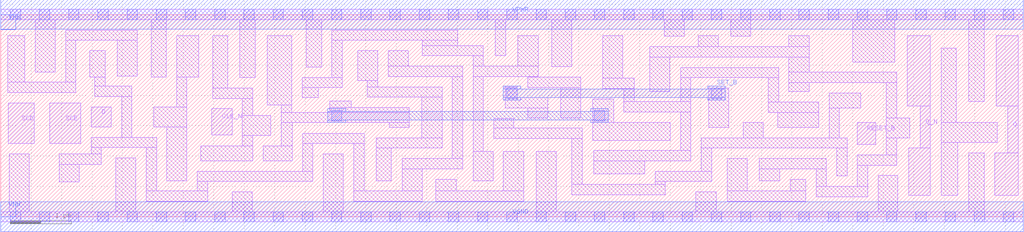
<source format=lef>
# Copyright 2020 The SkyWater PDK Authors
#
# Licensed under the Apache License, Version 2.0 (the "License");
# you may not use this file except in compliance with the License.
# You may obtain a copy of the License at
#
#     https://www.apache.org/licenses/LICENSE-2.0
#
# Unless required by applicable law or agreed to in writing, software
# distributed under the License is distributed on an "AS IS" BASIS,
# WITHOUT WARRANTIES OR CONDITIONS OF ANY KIND, either express or implied.
# See the License for the specific language governing permissions and
# limitations under the License.
#
# SPDX-License-Identifier: Apache-2.0

VERSION 5.5 ;
NAMESCASESENSITIVE ON ;
BUSBITCHARS "[]" ;
DIVIDERCHAR "/" ;
MACRO sky130_fd_sc_ms__sdfbbn_1
  CLASS CORE ;
  SOURCE USER ;
  ORIGIN  0.000000  0.000000 ;
  SIZE  16.80000 BY  3.330000 ;
  SYMMETRY X Y ;
  SITE unit ;
  PIN D
    ANTENNAGATEAREA  0.159000 ;
    DIRECTION INPUT ;
    USE SIGNAL ;
    PORT
      LAYER li1 ;
        RECT 1.485000 1.480000 1.815000 1.810000 ;
    END
  END D
  PIN Q
    ANTENNADIFFAREA  0.541300 ;
    DIRECTION OUTPUT ;
    USE SIGNAL ;
    PORT
      LAYER li1 ;
        RECT 16.335000 0.350000 16.715000 1.050000 ;
        RECT 16.355000 1.820000 16.715000 2.980000 ;
        RECT 16.545000 1.050000 16.715000 1.820000 ;
    END
  END Q
  PIN Q_N
    ANTENNADIFFAREA  0.541300 ;
    DIRECTION OUTPUT ;
    USE SIGNAL ;
    PORT
      LAYER li1 ;
        RECT 14.890000 1.820000 15.275000 2.980000 ;
        RECT 14.915000 0.350000 15.275000 1.130000 ;
        RECT 15.105000 1.130000 15.275000 1.820000 ;
    END
  END Q_N
  PIN RESET_B
    ANTENNAGATEAREA  0.159000 ;
    DIRECTION INPUT ;
    USE SIGNAL ;
    PORT
      LAYER li1 ;
        RECT 14.075000 1.190000 14.380000 1.550000 ;
    END
  END RESET_B
  PIN SCD
    ANTENNAGATEAREA  0.159000 ;
    DIRECTION INPUT ;
    USE SIGNAL ;
    PORT
      LAYER li1 ;
        RECT 0.125000 1.205000 0.550000 1.875000 ;
    END
  END SCD
  PIN SCE
    ANTENNAGATEAREA  0.318000 ;
    DIRECTION INPUT ;
    USE SIGNAL ;
    PORT
      LAYER li1 ;
        RECT 0.805000 1.205000 1.315000 1.875000 ;
    END
  END SCE
  PIN SET_B
    ANTENNAPARTIALMETALSIDEAREA  2.541000 ;
    DIRECTION INPUT ;
    USE SIGNAL ;
    PORT
      LAYER met1 ;
        RECT  8.255000 1.920000  8.545000 1.965000 ;
        RECT  8.255000 1.965000 11.905000 2.105000 ;
        RECT  8.255000 2.105000  8.545000 2.150000 ;
        RECT 11.615000 1.920000 11.905000 1.965000 ;
        RECT 11.615000 2.105000 11.905000 2.150000 ;
    END
  END SET_B
  PIN CLK_N
    ANTENNAGATEAREA  0.279000 ;
    DIRECTION INPUT ;
    USE CLOCK ;
    PORT
      LAYER li1 ;
        RECT 3.470000 1.350000 3.800000 1.780000 ;
    END
  END CLK_N
  PIN VGND
    DIRECTION INOUT ;
    USE GROUND ;
    PORT
      LAYER met1 ;
        RECT 0.000000 -0.245000 16.800000 0.245000 ;
    END
  END VGND
  PIN VNB
    DIRECTION INOUT ;
    USE GROUND ;
    PORT
      LAYER met1 ;
        RECT 0.000000 0.000000 0.250000 0.250000 ;
    END
  END VNB
  PIN VPB
    DIRECTION INOUT ;
    USE POWER ;
    PORT
      LAYER met1 ;
        RECT 0.000000 3.080000 0.250000 3.330000 ;
    END
  END VPB
  PIN VPWR
    DIRECTION INOUT ;
    USE POWER ;
    PORT
      LAYER met1 ;
        RECT 0.000000 3.085000 16.800000 3.575000 ;
    END
  END VPWR
  OBS
    LAYER li1 ;
      RECT  0.000000 -0.085000 16.800000 0.085000 ;
      RECT  0.000000  3.245000 16.800000 3.415000 ;
      RECT  0.115000  2.045000  1.235000 2.215000 ;
      RECT  0.115000  2.215000  0.395000 2.980000 ;
      RECT  0.140000  0.085000  0.470000 1.035000 ;
      RECT  0.565000  2.385000  0.895000 3.245000 ;
      RECT  0.960000  0.575000  1.290000 0.865000 ;
      RECT  0.960000  0.865000  1.655000 1.035000 ;
      RECT  1.065000  2.215000  1.235000 2.905000 ;
      RECT  1.065000  2.905000  2.245000 3.075000 ;
      RECT  1.465000  2.300000  1.715000 2.735000 ;
      RECT  1.485000  1.035000  1.655000 1.140000 ;
      RECT  1.485000  1.140000  2.560000 1.310000 ;
      RECT  1.545000  1.980000  2.155000 2.150000 ;
      RECT  1.545000  2.150000  1.715000 2.300000 ;
      RECT  1.890000  0.085000  2.220000 0.970000 ;
      RECT  1.915000  2.320000  2.245000 2.905000 ;
      RECT  1.985000  1.310000  2.155000 1.980000 ;
      RECT  2.390000  0.255000  3.400000 0.425000 ;
      RECT  2.390000  0.425000  2.560000 1.140000 ;
      RECT  2.470000  2.300000  2.720000 3.245000 ;
      RECT  2.510000  1.480000  3.060000 1.810000 ;
      RECT  2.730000  0.595000  3.060000 1.480000 ;
      RECT  2.890000  1.810000  3.060000 2.300000 ;
      RECT  2.890000  2.300000  3.250000 2.980000 ;
      RECT  3.230000  0.425000  3.400000 0.580000 ;
      RECT  3.230000  0.580000  5.130000 0.750000 ;
      RECT  3.290000  0.920000  4.140000 1.170000 ;
      RECT  3.480000  1.950000  4.140000 2.120000 ;
      RECT  3.480000  2.120000  3.730000 2.980000 ;
      RECT  3.800000  0.085000  4.130000 0.410000 ;
      RECT  3.930000  2.290000  4.180000 3.245000 ;
      RECT  3.970000  1.170000  4.140000 1.340000 ;
      RECT  3.970000  1.340000  4.440000 1.670000 ;
      RECT  3.970000  1.670000  4.140000 1.950000 ;
      RECT  4.310000  0.920000  4.790000 1.170000 ;
      RECT  4.380000  1.840000  4.780000 2.980000 ;
      RECT  4.610000  1.170000  4.790000 1.550000 ;
      RECT  4.610000  1.550000  6.710000 1.720000 ;
      RECT  4.610000  1.720000  4.780000 1.840000 ;
      RECT  4.950000  1.965000  5.215000 2.125000 ;
      RECT  4.950000  2.125000  5.610000 2.295000 ;
      RECT  4.960000  0.750000  5.130000 1.205000 ;
      RECT  4.960000  1.205000  5.970000 1.375000 ;
      RECT  5.020000  2.465000  5.270000 3.245000 ;
      RECT  5.300000  0.085000  5.630000 1.035000 ;
      RECT  5.405000  1.720000  6.710000 1.800000 ;
      RECT  5.405000  1.800000  5.755000 1.905000 ;
      RECT  5.440000  2.295000  5.610000 2.905000 ;
      RECT  5.440000  2.905000  7.505000 3.075000 ;
      RECT  5.800000  0.255000  6.925000 0.425000 ;
      RECT  5.800000  0.425000  5.970000 1.205000 ;
      RECT  5.865000  2.245000  6.195000 2.735000 ;
      RECT  6.025000  1.970000  7.250000 2.140000 ;
      RECT  6.025000  2.140000  6.195000 2.245000 ;
      RECT  6.170000  0.595000  6.420000 1.130000 ;
      RECT  6.170000  1.130000  7.250000 1.300000 ;
      RECT  6.365000  2.310000  7.590000 2.480000 ;
      RECT  6.365000  2.480000  6.695000 2.735000 ;
      RECT  6.380000  1.470000  6.710000 1.550000 ;
      RECT  6.595000  0.425000  6.925000 0.790000 ;
      RECT  6.595000  0.790000  7.590000 0.960000 ;
      RECT  6.920000  1.300000  7.250000 1.970000 ;
      RECT  6.925000  2.650000  7.930000 2.820000 ;
      RECT  6.925000  2.820000  7.505000 2.905000 ;
      RECT  7.150000  0.255000  8.590000 0.425000 ;
      RECT  7.150000  0.425000  7.480000 0.620000 ;
      RECT  7.420000  0.960000  7.590000 2.310000 ;
      RECT  7.760000  0.595000  8.090000 1.080000 ;
      RECT  7.760000  1.080000  7.930000 2.310000 ;
      RECT  7.760000  2.310000  8.830000 2.480000 ;
      RECT  7.760000  2.480000  7.930000 2.650000 ;
      RECT  8.100000  1.290000  9.555000 1.460000 ;
      RECT  8.100000  1.460000  8.430000 1.620000 ;
      RECT  8.125000  2.650000  8.295000 3.245000 ;
      RECT  8.260000  0.425000  8.590000 1.080000 ;
      RECT  8.285000  1.790000  8.990000 1.960000 ;
      RECT  8.285000  1.960000  8.490000 2.140000 ;
      RECT  8.495000  2.480000  8.830000 2.980000 ;
      RECT  8.660000  1.630000  8.990000 1.790000 ;
      RECT  8.660000  2.130000  9.530000 2.300000 ;
      RECT  8.660000  2.300000  8.830000 2.310000 ;
      RECT  8.795000  0.085000  9.125000 1.080000 ;
      RECT  9.050000  2.470000  9.380000 3.245000 ;
      RECT  9.200000  1.630000  9.530000 2.130000 ;
      RECT  9.385000  0.365000 10.920000 0.535000 ;
      RECT  9.385000  0.535000  9.555000 1.290000 ;
      RECT  9.725000  1.260000 11.000000 1.555000 ;
      RECT  9.725000  1.555000 10.070000 1.940000 ;
      RECT  9.745000  0.705000 10.580000 0.920000 ;
      RECT  9.745000  0.920000 11.340000 1.090000 ;
      RECT  9.890000  2.110000 10.410000 2.280000 ;
      RECT  9.890000  2.280000 10.220000 2.980000 ;
      RECT 10.240000  1.725000 11.340000 1.895000 ;
      RECT 10.240000  1.895000 10.410000 2.110000 ;
      RECT 10.665000  2.065000 10.995000 2.630000 ;
      RECT 10.665000  2.630000 13.280000 2.800000 ;
      RECT 10.750000  0.535000 10.920000 0.580000 ;
      RECT 10.750000  0.580000 11.680000 0.750000 ;
      RECT 10.900000  2.970000 11.230000 3.245000 ;
      RECT 11.170000  1.090000 11.340000 1.725000 ;
      RECT 11.170000  1.895000 11.340000 2.290000 ;
      RECT 11.170000  2.290000 12.780000 2.460000 ;
      RECT 11.415000  0.085000 11.755000 0.410000 ;
      RECT 11.460000  2.800000 11.790000 2.980000 ;
      RECT 11.510000  0.750000 11.680000 1.130000 ;
      RECT 11.510000  1.130000 13.905000 1.300000 ;
      RECT 11.630000  1.470000 11.960000 2.120000 ;
      RECT 11.935000  0.255000 13.225000 0.425000 ;
      RECT 11.935000  0.425000 12.265000 0.960000 ;
      RECT 11.995000  2.970000 12.325000 3.245000 ;
      RECT 12.200000  1.300000 12.530000 1.550000 ;
      RECT 12.465000  0.595000 12.795000 0.790000 ;
      RECT 12.465000  0.790000 13.565000 0.960000 ;
      RECT 12.610000  1.720000 13.440000 1.890000 ;
      RECT 12.610000  1.890000 12.780000 2.290000 ;
      RECT 12.770000  1.470000 13.440000 1.720000 ;
      RECT 12.950000  2.060000 13.280000 2.210000 ;
      RECT 12.950000  2.210000 14.720000 2.380000 ;
      RECT 12.950000  2.380000 13.280000 2.630000 ;
      RECT 12.950000  2.800000 13.280000 2.980000 ;
      RECT 12.975000  0.425000 13.225000 0.620000 ;
      RECT 13.395000  0.330000 14.245000 0.500000 ;
      RECT 13.395000  0.500000 13.565000 0.790000 ;
      RECT 13.610000  1.300000 13.780000 1.790000 ;
      RECT 13.610000  1.790000 14.130000 2.040000 ;
      RECT 13.735000  0.670000 13.905000 1.130000 ;
      RECT 14.000000  2.550000 14.690000 3.245000 ;
      RECT 14.075000  0.500000 14.245000 0.850000 ;
      RECT 14.075000  0.850000 14.720000 1.020000 ;
      RECT 14.415000  0.085000 14.735000 0.680000 ;
      RECT 14.550000  1.020000 14.720000 1.300000 ;
      RECT 14.550000  1.300000 14.935000 1.630000 ;
      RECT 14.550000  1.630000 14.720000 2.210000 ;
      RECT 15.450000  0.350000 15.725000 1.220000 ;
      RECT 15.450000  1.220000 16.375000 1.550000 ;
      RECT 15.450000  1.550000 15.700000 2.780000 ;
      RECT 15.905000  0.085000 16.155000 1.050000 ;
      RECT 15.905000  1.900000 16.155000 3.245000 ;
    LAYER mcon ;
      RECT  0.155000 -0.085000  0.325000 0.085000 ;
      RECT  0.155000  3.245000  0.325000 3.415000 ;
      RECT  0.635000 -0.085000  0.805000 0.085000 ;
      RECT  0.635000  3.245000  0.805000 3.415000 ;
      RECT  1.115000 -0.085000  1.285000 0.085000 ;
      RECT  1.115000  3.245000  1.285000 3.415000 ;
      RECT  1.595000 -0.085000  1.765000 0.085000 ;
      RECT  1.595000  3.245000  1.765000 3.415000 ;
      RECT  2.075000 -0.085000  2.245000 0.085000 ;
      RECT  2.075000  3.245000  2.245000 3.415000 ;
      RECT  2.555000 -0.085000  2.725000 0.085000 ;
      RECT  2.555000  3.245000  2.725000 3.415000 ;
      RECT  3.035000 -0.085000  3.205000 0.085000 ;
      RECT  3.035000  3.245000  3.205000 3.415000 ;
      RECT  3.515000 -0.085000  3.685000 0.085000 ;
      RECT  3.515000  3.245000  3.685000 3.415000 ;
      RECT  3.995000 -0.085000  4.165000 0.085000 ;
      RECT  3.995000  3.245000  4.165000 3.415000 ;
      RECT  4.475000 -0.085000  4.645000 0.085000 ;
      RECT  4.475000  3.245000  4.645000 3.415000 ;
      RECT  4.955000 -0.085000  5.125000 0.085000 ;
      RECT  4.955000  3.245000  5.125000 3.415000 ;
      RECT  5.435000 -0.085000  5.605000 0.085000 ;
      RECT  5.435000  1.580000  5.605000 1.750000 ;
      RECT  5.435000  3.245000  5.605000 3.415000 ;
      RECT  5.915000 -0.085000  6.085000 0.085000 ;
      RECT  5.915000  3.245000  6.085000 3.415000 ;
      RECT  6.395000 -0.085000  6.565000 0.085000 ;
      RECT  6.395000  3.245000  6.565000 3.415000 ;
      RECT  6.875000 -0.085000  7.045000 0.085000 ;
      RECT  6.875000  3.245000  7.045000 3.415000 ;
      RECT  7.355000 -0.085000  7.525000 0.085000 ;
      RECT  7.355000  3.245000  7.525000 3.415000 ;
      RECT  7.835000 -0.085000  8.005000 0.085000 ;
      RECT  7.835000  3.245000  8.005000 3.415000 ;
      RECT  8.315000 -0.085000  8.485000 0.085000 ;
      RECT  8.315000  1.950000  8.485000 2.120000 ;
      RECT  8.315000  3.245000  8.485000 3.415000 ;
      RECT  8.795000 -0.085000  8.965000 0.085000 ;
      RECT  8.795000  3.245000  8.965000 3.415000 ;
      RECT  9.275000 -0.085000  9.445000 0.085000 ;
      RECT  9.275000  3.245000  9.445000 3.415000 ;
      RECT  9.755000 -0.085000  9.925000 0.085000 ;
      RECT  9.755000  1.580000  9.925000 1.750000 ;
      RECT  9.755000  3.245000  9.925000 3.415000 ;
      RECT 10.235000 -0.085000 10.405000 0.085000 ;
      RECT 10.235000  3.245000 10.405000 3.415000 ;
      RECT 10.715000 -0.085000 10.885000 0.085000 ;
      RECT 10.715000  3.245000 10.885000 3.415000 ;
      RECT 11.195000 -0.085000 11.365000 0.085000 ;
      RECT 11.195000  3.245000 11.365000 3.415000 ;
      RECT 11.675000 -0.085000 11.845000 0.085000 ;
      RECT 11.675000  1.950000 11.845000 2.120000 ;
      RECT 11.675000  3.245000 11.845000 3.415000 ;
      RECT 12.155000 -0.085000 12.325000 0.085000 ;
      RECT 12.155000  3.245000 12.325000 3.415000 ;
      RECT 12.635000 -0.085000 12.805000 0.085000 ;
      RECT 12.635000  3.245000 12.805000 3.415000 ;
      RECT 13.115000 -0.085000 13.285000 0.085000 ;
      RECT 13.115000  3.245000 13.285000 3.415000 ;
      RECT 13.595000 -0.085000 13.765000 0.085000 ;
      RECT 13.595000  3.245000 13.765000 3.415000 ;
      RECT 14.075000 -0.085000 14.245000 0.085000 ;
      RECT 14.075000  3.245000 14.245000 3.415000 ;
      RECT 14.555000 -0.085000 14.725000 0.085000 ;
      RECT 14.555000  3.245000 14.725000 3.415000 ;
      RECT 15.035000 -0.085000 15.205000 0.085000 ;
      RECT 15.035000  3.245000 15.205000 3.415000 ;
      RECT 15.515000 -0.085000 15.685000 0.085000 ;
      RECT 15.515000  3.245000 15.685000 3.415000 ;
      RECT 15.995000 -0.085000 16.165000 0.085000 ;
      RECT 15.995000  3.245000 16.165000 3.415000 ;
      RECT 16.475000 -0.085000 16.645000 0.085000 ;
      RECT 16.475000  3.245000 16.645000 3.415000 ;
    LAYER met1 ;
      RECT 5.375000 1.550000 5.665000 1.595000 ;
      RECT 5.375000 1.595000 9.985000 1.735000 ;
      RECT 5.375000 1.735000 5.665000 1.780000 ;
      RECT 9.695000 1.550000 9.985000 1.595000 ;
      RECT 9.695000 1.735000 9.985000 1.780000 ;
  END
END sky130_fd_sc_ms__sdfbbn_1
END LIBRARY

</source>
